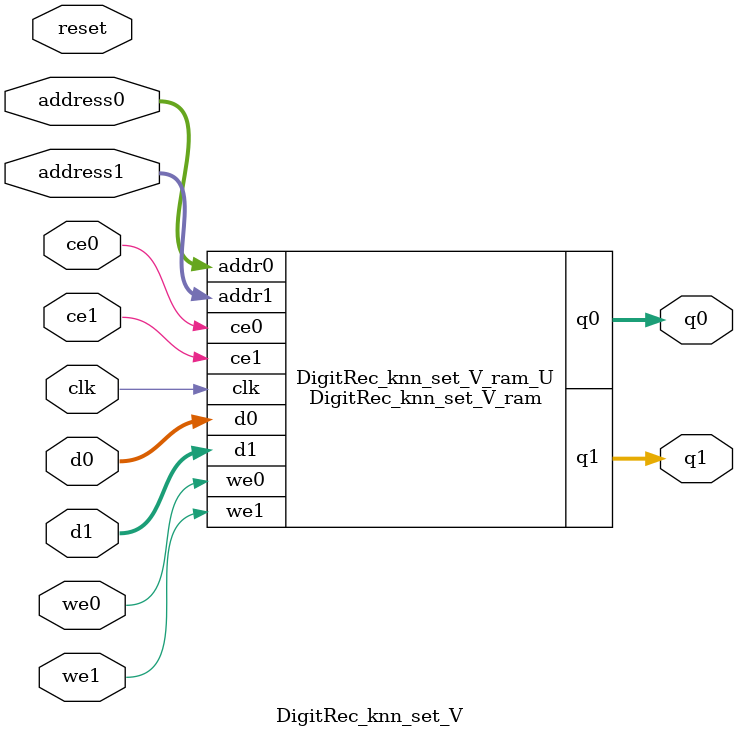
<source format=v>

`timescale 1 ns / 1 ps
module DigitRec_knn_set_V_ram (addr0, ce0, d0, we0, q0, addr1, ce1, d1, we1, q1,  clk);

parameter DWIDTH = 6;
parameter AWIDTH = 5;
parameter MEM_SIZE = 30;

input[AWIDTH-1:0] addr0;
input ce0;
input[DWIDTH-1:0] d0;
input we0;
output reg[DWIDTH-1:0] q0;
input[AWIDTH-1:0] addr1;
input ce1;
input[DWIDTH-1:0] d1;
input we1;
output reg[DWIDTH-1:0] q1;
input clk;

(* ram_style = "block" *)reg [DWIDTH-1:0] ram[0:MEM_SIZE-1];




always @(posedge clk)  
begin 
    if (ce0) 
    begin
        if (we0) 
        begin 
            ram[addr0] <= d0; 
            q0 <= d0;
        end 
        else 
            q0 <= ram[addr0];
    end
end


always @(posedge clk)  
begin 
    if (ce1) 
    begin
        if (we1) 
        begin 
            ram[addr1] <= d1; 
            q1 <= d1;
        end 
        else 
            q1 <= ram[addr1];
    end
end


endmodule


`timescale 1 ns / 1 ps
module DigitRec_knn_set_V(
    reset,
    clk,
    address0,
    ce0,
    we0,
    d0,
    q0,
    address1,
    ce1,
    we1,
    d1,
    q1);

parameter DataWidth = 32'd6;
parameter AddressRange = 32'd30;
parameter AddressWidth = 32'd5;
input reset;
input clk;
input[AddressWidth - 1:0] address0;
input ce0;
input we0;
input[DataWidth - 1:0] d0;
output[DataWidth - 1:0] q0;
input[AddressWidth - 1:0] address1;
input ce1;
input we1;
input[DataWidth - 1:0] d1;
output[DataWidth - 1:0] q1;



DigitRec_knn_set_V_ram DigitRec_knn_set_V_ram_U(
    .clk( clk ),
    .addr0( address0 ),
    .ce0( ce0 ),
    .d0( d0 ),
    .we0( we0 ),
    .q0( q0 ),
    .addr1( address1 ),
    .ce1( ce1 ),
    .d1( d1 ),
    .we1( we1 ),
    .q1( q1 ));

endmodule


</source>
